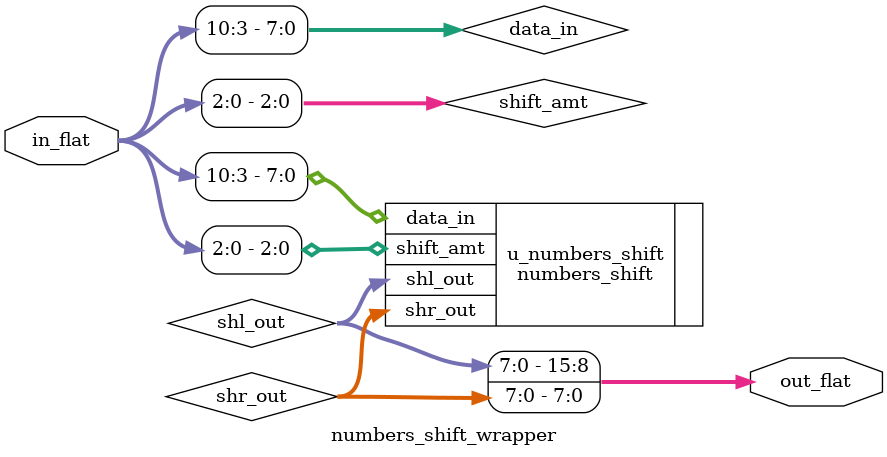
<source format=sv>

module numbers_shift_wrapper (
    input  wire [10:0] in_flat,
    output wire [15:0] out_flat
);

  // Slice `in_flat` into original inputs
  wire [7:0] data_in = in_flat[10:3];
  wire [2:0] shift_amt = in_flat[2:0];

  // Wires to capture original module outputs
  wire [7:0] shl_out;
  wire [7:0] shr_out;

  // Instantiate the original module
  numbers_shift u_numbers_shift (
    .data_in(data_in),
    .shift_amt(shift_amt),
    .shl_out(shl_out),
    .shr_out(shr_out)
  );

  // Pack original outputs into `out_flat`
  assign out_flat[15:8] = shl_out;
  assign out_flat[7:0] = shr_out;

endmodule  // numbers_shift_wrapper
</source>
